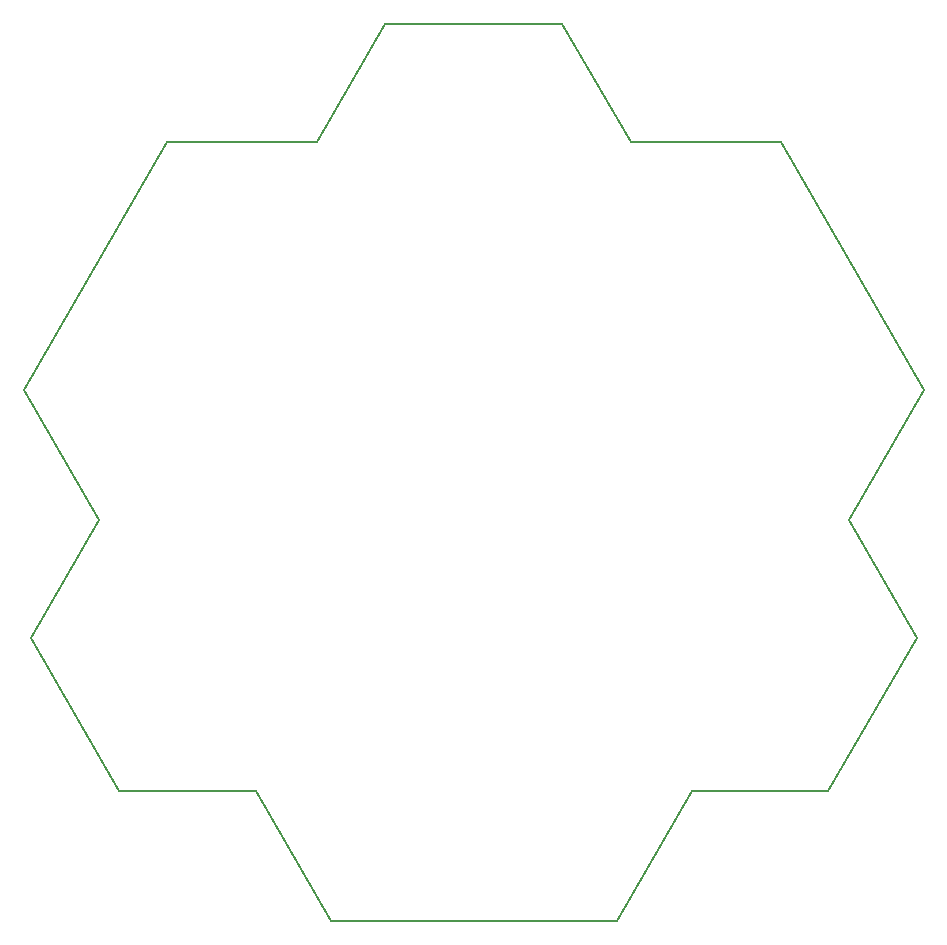
<source format=gbr>
%TF.GenerationSoftware,KiCad,Pcbnew,(5.99.0-10211-g744e70df36)*%
%TF.CreationDate,2021-04-29T03:04:50-06:00*%
%TF.ProjectId,spinnybot-motherboad,7370696e-6e79-4626-9f74-2d6d6f746865,rev?*%
%TF.SameCoordinates,Original*%
%TF.FileFunction,Profile,NP*%
%FSLAX46Y46*%
G04 Gerber Fmt 4.6, Leading zero omitted, Abs format (unit mm)*
G04 Created by KiCad (PCBNEW (5.99.0-10211-g744e70df36)) date 2021-04-29 03:04:50*
%MOMM*%
%LPD*%
G01*
G04 APERTURE LIST*
%TA.AperFunction,Profile*%
%ADD10C,0.200000*%
%TD*%
G04 APERTURE END LIST*
D10*
X141025654Y-106570326D02*
X135252152Y-116570326D01*
X180277142Y-64565517D02*
X186050644Y-74565517D01*
X204528630Y-106570326D02*
X210882259Y-95565517D01*
X180277142Y-64565517D02*
X165277142Y-64565517D01*
X159503640Y-74565517D02*
X146796380Y-74565517D01*
X154299157Y-129560707D02*
X142752152Y-129560707D01*
X160652787Y-140565517D02*
X184901497Y-140565517D01*
X134672025Y-95565517D02*
X141025654Y-106570326D01*
X210302132Y-116570326D02*
X202802132Y-129560707D01*
X191255127Y-129560707D02*
X202802132Y-129560707D01*
X210302132Y-116570326D02*
X204528630Y-106570326D01*
X135252152Y-116570326D02*
X142752152Y-129560707D01*
X184901497Y-140565517D02*
X191255127Y-129560707D01*
X210882259Y-95565517D02*
X198757904Y-74565517D01*
X160652787Y-140565517D02*
X154299157Y-129560707D01*
X146796380Y-74565517D02*
X134672025Y-95565517D01*
X186050644Y-74565517D02*
X198757904Y-74565517D01*
X165277142Y-64565517D02*
X159503640Y-74565517D01*
M02*

</source>
